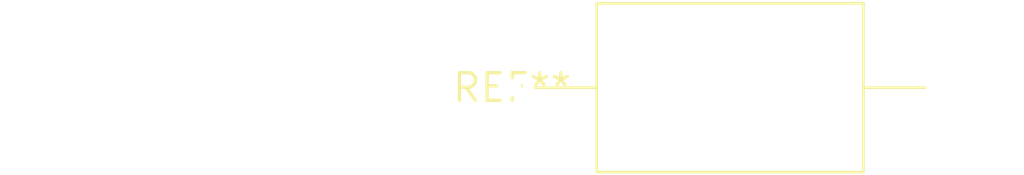
<source format=kicad_pcb>
(kicad_pcb (version 20240108) (generator pcbnew)
  (layers (0 "F.Cu" signal) (31 "B.Cu" signal) (34 "B.Paste" user) (35 "F.Paste" user) (36 "B.SilkS" user "B.Silkscreen") (37 "F.SilkS" user "F.Silkscreen") (38 "B.Mask" user) (39 "F.Mask" user) (44 "Edge.Cuts" user))
  (net 0 "")
  (footprint "C_Axial_L12.0mm_D7.5mm_P20.00mm_Horizontal" (layer "F.Cu") (at 0 0)
    (property "Reference" "REF**")
    (property "Value" "C_Axial_L12.0mm_D7.5mm_P20.00mm_Horizontal")
    (fp_line (start 1.04 0) (end 3.88 0) (layer "F.SilkS") (stroke (width 0.12)))
    (fp_line (start 3.88 -3.87) (end 3.88 3.87) (layer "F.SilkS") (stroke (width 0.12)))
    (fp_line (start 3.88 3.87) (end 16.12 3.87) (layer "F.SilkS") (stroke (width 0.12)))
    (fp_line (start 16.12 -3.87) (end 3.88 -3.87) (layer "F.SilkS") (stroke (width 0.12)))
    (fp_line (start 16.12 3.87) (end 16.12 -3.87) (layer "F.SilkS") (stroke (width 0.12)))
    (fp_line (start 18.96 0) (end 16.12 0) (layer "F.SilkS") (stroke (width 0.12)))
    (pad "1" thru_hole circle (at 0 0) (size 1.6 1.6) (drill 0.8) (layers *.Cu *.Mask) (remove_unused_layers))
    (pad "2" thru_hole oval (at 20 0) (size 1.6 1.6) (drill 0.8) (layers *.Cu *.Mask) (remove_unused_layers))
  )
)
</source>
